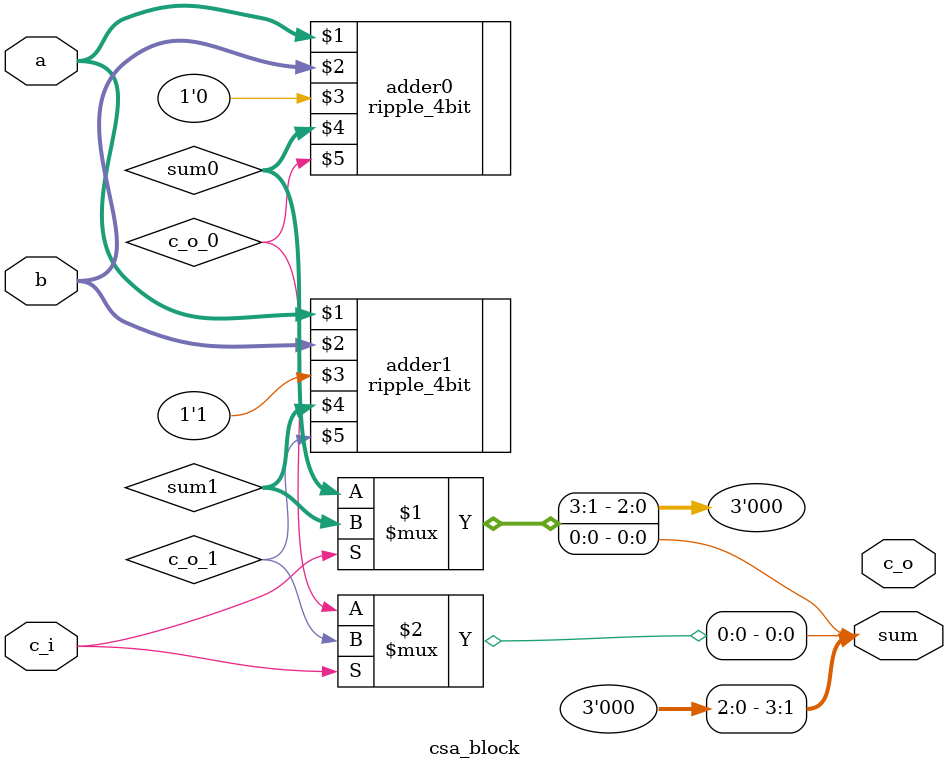
<source format=v>
module csa_block (
    input  [3:0] a, b,
    input        c_i,
    output [3:0] sum,
    output       c_o
);

wire [3:0] sum0, sum1;
wire       c_o_0, c_o_1;

ripple_4bit adder0 (a,b,1'b0,sum0,c_o_0);
ripple_4bit adder1 (a,b,1'b1,sum1,c_o_1);

assign sum = c_i ? sum1 : sum0;
assign sum = c_i ? c_o_1 : c_o_0;

endmodule
</source>
